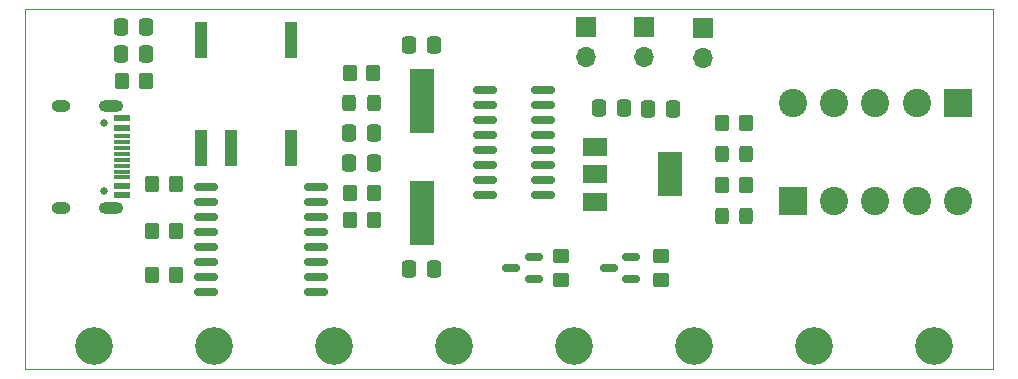
<source format=gbr>
%TF.GenerationSoftware,KiCad,Pcbnew,6.0.11-2627ca5db0~126~ubuntu20.04.1*%
%TF.CreationDate,2024-02-24T22:18:07-05:00*%
%TF.ProjectId,hil00,68696c30-302e-46b6-9963-61645f706362,rev?*%
%TF.SameCoordinates,Original*%
%TF.FileFunction,Soldermask,Top*%
%TF.FilePolarity,Negative*%
%FSLAX46Y46*%
G04 Gerber Fmt 4.6, Leading zero omitted, Abs format (unit mm)*
G04 Created by KiCad (PCBNEW 6.0.11-2627ca5db0~126~ubuntu20.04.1) date 2024-02-24 22:18:07*
%MOMM*%
%LPD*%
G01*
G04 APERTURE LIST*
G04 Aperture macros list*
%AMRoundRect*
0 Rectangle with rounded corners*
0 $1 Rounding radius*
0 $2 $3 $4 $5 $6 $7 $8 $9 X,Y pos of 4 corners*
0 Add a 4 corners polygon primitive as box body*
4,1,4,$2,$3,$4,$5,$6,$7,$8,$9,$2,$3,0*
0 Add four circle primitives for the rounded corners*
1,1,$1+$1,$2,$3*
1,1,$1+$1,$4,$5*
1,1,$1+$1,$6,$7*
1,1,$1+$1,$8,$9*
0 Add four rect primitives between the rounded corners*
20,1,$1+$1,$2,$3,$4,$5,0*
20,1,$1+$1,$4,$5,$6,$7,0*
20,1,$1+$1,$6,$7,$8,$9,0*
20,1,$1+$1,$8,$9,$2,$3,0*%
G04 Aperture macros list end*
%TA.AperFunction,Profile*%
%ADD10C,0.100000*%
%TD*%
%ADD11RoundRect,0.250000X0.350000X0.450000X-0.350000X0.450000X-0.350000X-0.450000X0.350000X-0.450000X0*%
%ADD12RoundRect,0.250000X-0.337500X-0.475000X0.337500X-0.475000X0.337500X0.475000X-0.337500X0.475000X0*%
%ADD13RoundRect,0.250000X0.325000X0.450000X-0.325000X0.450000X-0.325000X-0.450000X0.325000X-0.450000X0*%
%ADD14R,2.000000X5.500000*%
%ADD15C,3.200000*%
%ADD16RoundRect,0.250000X-0.350000X-0.450000X0.350000X-0.450000X0.350000X0.450000X-0.350000X0.450000X0*%
%ADD17RoundRect,0.150000X-0.875000X-0.150000X0.875000X-0.150000X0.875000X0.150000X-0.875000X0.150000X0*%
%ADD18RoundRect,0.250000X0.337500X0.475000X-0.337500X0.475000X-0.337500X-0.475000X0.337500X-0.475000X0*%
%ADD19C,0.650000*%
%ADD20R,1.450000X0.600000*%
%ADD21R,1.450000X0.300000*%
%ADD22O,1.600000X1.000000*%
%ADD23O,2.100000X1.000000*%
%ADD24RoundRect,0.150000X0.587500X0.150000X-0.587500X0.150000X-0.587500X-0.150000X0.587500X-0.150000X0*%
%ADD25R,2.400000X2.400000*%
%ADD26C,2.400000*%
%ADD27RoundRect,0.250000X-0.450000X0.350000X-0.450000X-0.350000X0.450000X-0.350000X0.450000X0.350000X0*%
%ADD28RoundRect,0.150000X-0.825000X-0.150000X0.825000X-0.150000X0.825000X0.150000X-0.825000X0.150000X0*%
%ADD29R,1.700000X1.700000*%
%ADD30O,1.700000X1.700000*%
%ADD31R,2.000000X1.500000*%
%ADD32R,2.000000X3.800000*%
%ADD33R,1.000000X3.100000*%
G04 APERTURE END LIST*
D10*
X100000000Y-130500000D02*
X182000000Y-130500000D01*
X100000000Y-100000000D02*
X100000000Y-130500000D01*
X182000000Y-130500000D02*
X182000000Y-100000000D01*
X100000000Y-100000000D02*
X182000000Y-100000000D01*
D11*
%TO.C,R6*%
X129524000Y-115570000D03*
X127524000Y-115570000D03*
%TD*%
%TO.C,R7*%
X129508000Y-105410000D03*
X127508000Y-105410000D03*
%TD*%
%TO.C,R5*%
X129524000Y-117856000D03*
X127524000Y-117856000D03*
%TD*%
D12*
%TO.C,C4*%
X127486500Y-110490000D03*
X129561500Y-110490000D03*
%TD*%
D13*
%TO.C,D2*%
X161045000Y-112300000D03*
X158995000Y-112300000D03*
%TD*%
D14*
%TO.C,Y1*%
X133604000Y-107800000D03*
X133604000Y-117300000D03*
%TD*%
D11*
%TO.C,R3*%
X112760000Y-118755000D03*
X110760000Y-118755000D03*
%TD*%
D15*
%TO.C,REF\u002A\u002A2*%
X156680000Y-128500000D03*
%TD*%
D16*
%TO.C,R1*%
X110760000Y-114808000D03*
X112760000Y-114808000D03*
%TD*%
D17*
%TO.C,U1*%
X115350000Y-115055000D03*
X115350000Y-116325000D03*
X115350000Y-117595000D03*
X115350000Y-118865000D03*
X115350000Y-120135000D03*
X115350000Y-121405000D03*
X115350000Y-122675000D03*
X115350000Y-123945000D03*
X124650000Y-123945000D03*
X124650000Y-122675000D03*
X124650000Y-121405000D03*
X124650000Y-120135000D03*
X124650000Y-118865000D03*
X124650000Y-117595000D03*
X124650000Y-116325000D03*
X124650000Y-115055000D03*
%TD*%
D15*
%TO.C,REF\u002A\u002A3*%
X146520000Y-128500000D03*
%TD*%
D18*
%TO.C,C1*%
X110257500Y-103800000D03*
X108182500Y-103800000D03*
%TD*%
D19*
%TO.C,J1*%
X106740000Y-109610000D03*
X106740000Y-115390000D03*
D20*
X108185000Y-109250000D03*
X108185000Y-110050000D03*
D21*
X108185000Y-111250000D03*
X108185000Y-112250000D03*
X108185000Y-112750000D03*
X108185000Y-113750000D03*
D20*
X108185000Y-114950000D03*
X108185000Y-115750000D03*
X108185000Y-115750000D03*
X108185000Y-114950000D03*
D21*
X108185000Y-114250000D03*
X108185000Y-113250000D03*
X108185000Y-111750000D03*
X108185000Y-110750000D03*
D20*
X108185000Y-110050000D03*
X108185000Y-109250000D03*
D22*
X103090000Y-108180000D03*
D23*
X107270000Y-108180000D03*
X107270000Y-116820000D03*
D22*
X103090000Y-116820000D03*
%TD*%
D18*
%TO.C,C2*%
X110257500Y-101500000D03*
X108182500Y-101500000D03*
%TD*%
D24*
%TO.C,Q2*%
X143075900Y-122870000D03*
X143075900Y-120970000D03*
X141200900Y-121920000D03*
%TD*%
D13*
%TO.C,D1*%
X129533000Y-107950000D03*
X127483000Y-107950000D03*
%TD*%
D18*
%TO.C,C5*%
X154859900Y-108458000D03*
X152784900Y-108458000D03*
%TD*%
D25*
%TO.C,J3*%
X165019200Y-116232000D03*
D26*
X168519200Y-116232000D03*
X172019200Y-116232000D03*
X175519200Y-116232000D03*
X179019200Y-116232000D03*
%TD*%
D27*
%TO.C,R9*%
X153822400Y-120920000D03*
X153822400Y-122920000D03*
%TD*%
D28*
%TO.C,U3*%
X138952200Y-106807000D03*
X138952200Y-108077000D03*
X138952200Y-109347000D03*
X138952200Y-110617000D03*
X138952200Y-111887000D03*
X138952200Y-113157000D03*
X138952200Y-114427000D03*
X138952200Y-115697000D03*
X143902200Y-115697000D03*
X143902200Y-114427000D03*
X143902200Y-113157000D03*
X143902200Y-111887000D03*
X143902200Y-110617000D03*
X143902200Y-109347000D03*
X143902200Y-108077000D03*
X143902200Y-106807000D03*
%TD*%
D15*
%TO.C,REF\u002A\u002A*%
X177000000Y-128500000D03*
%TD*%
D11*
%TO.C,R2*%
X110220000Y-106072000D03*
X108220000Y-106072000D03*
%TD*%
D25*
%TO.C,J2*%
X179019200Y-107950000D03*
D26*
X175519200Y-107950000D03*
X172019200Y-107950000D03*
X168519200Y-107950000D03*
X165019200Y-107950000D03*
%TD*%
D15*
%TO.C,REF\u002A\u002A7*%
X105880000Y-128500000D03*
%TD*%
%TO.C,REF\u002A\u002A6*%
X116040000Y-128500000D03*
%TD*%
%TO.C,REF\u002A\u002A4*%
X136360000Y-128500000D03*
%TD*%
D29*
%TO.C,RJ3*%
X147523200Y-101544200D03*
D30*
X147523200Y-104084200D03*
%TD*%
D31*
%TO.C,U2*%
X148284800Y-111695200D03*
X148284800Y-113995200D03*
D32*
X154584800Y-113995200D03*
D31*
X148284800Y-116295200D03*
%TD*%
D29*
%TO.C,RJ2*%
X152450800Y-101549200D03*
D30*
X152450800Y-104089200D03*
%TD*%
D12*
%TO.C,C3*%
X127486500Y-113010000D03*
X129561500Y-113010000D03*
%TD*%
D18*
%TO.C,C8*%
X134641500Y-122037000D03*
X132566500Y-122037000D03*
%TD*%
D29*
%TO.C,RJ1*%
X157429200Y-101595000D03*
D30*
X157429200Y-104135000D03*
%TD*%
D11*
%TO.C,R4*%
X112800000Y-122545000D03*
X110800000Y-122545000D03*
%TD*%
D18*
%TO.C,C7*%
X134641500Y-103007000D03*
X132566500Y-103007000D03*
%TD*%
D33*
%TO.C,PS1*%
X114940000Y-111750000D03*
X117480000Y-111750000D03*
X122560000Y-111750000D03*
X122560000Y-102650000D03*
X114940000Y-102650000D03*
%TD*%
D27*
%TO.C,R10*%
X145389600Y-120920000D03*
X145389600Y-122920000D03*
%TD*%
D15*
%TO.C,REF\u002A\u002A1*%
X166840000Y-128500000D03*
%TD*%
D16*
%TO.C,R11*%
X159020000Y-114900000D03*
X161020000Y-114900000D03*
%TD*%
D12*
%TO.C,C6*%
X148619300Y-108407200D03*
X150694300Y-108407200D03*
%TD*%
D11*
%TO.C,R8*%
X161020000Y-109600000D03*
X159020000Y-109600000D03*
%TD*%
D15*
%TO.C,REF\u002A\u002A5*%
X126200000Y-128500000D03*
%TD*%
D13*
%TO.C,D3*%
X161045000Y-117500000D03*
X158995000Y-117500000D03*
%TD*%
D24*
%TO.C,Q1*%
X151356300Y-122870000D03*
X151356300Y-120970000D03*
X149481300Y-121920000D03*
%TD*%
M02*

</source>
